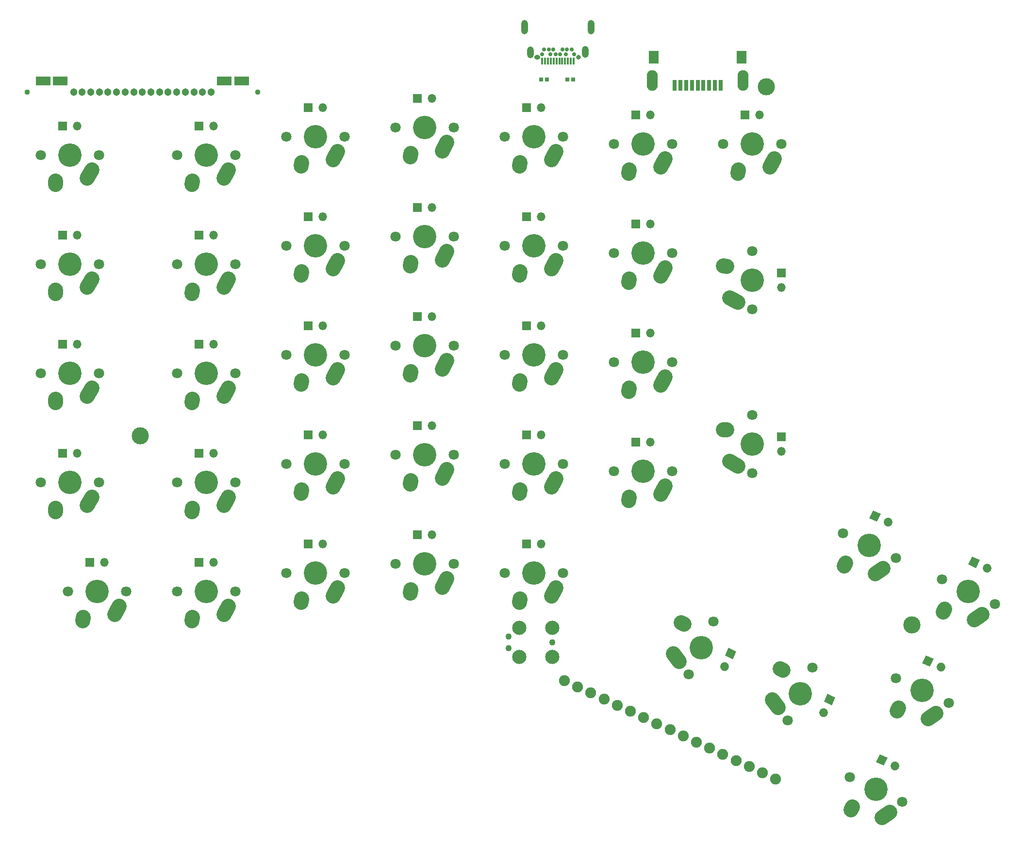
<source format=gts>
G04 #@! TF.FileFunction,Soldermask,Top*
%FSLAX46Y46*%
G04 Gerber Fmt 4.6, Leading zero omitted, Abs format (unit mm)*
G04 Created by KiCad (PCBNEW (2016-03-18 BZR 6629, Git 60d93d0)-product) date 7/17/2016 1:38:49 PM*
%MOMM*%
G01*
G04 APERTURE LIST*
%ADD10C,0.150000*%
%ADD11R,0.701600X0.751600*%
%ADD12C,1.092210*%
%ADD13C,2.476510*%
%ADD14C,1.901600*%
%ADD15O,1.901600X3.601600*%
%ADD16R,0.801600X1.901600*%
%ADD17R,1.741600X2.301600*%
%ADD18C,3.000000*%
%ADD19R,2.501600X1.601600*%
%ADD20C,1.301600*%
%ADD21C,0.951610*%
%ADD22O,1.501600X1.501600*%
%ADD23R,1.501600X1.501600*%
%ADD24C,1.501600*%
%ADD25C,4.089410*%
%ADD26C,1.803410*%
%ADD27C,2.601600*%
%ADD28C,0.801600*%
%ADD29R,0.401600X1.201600*%
%ADD30C,0.701600*%
%ADD31O,1.201600X2.051600*%
%ADD32O,1.201600X2.501600*%
%ADD33O,1.051600X0.801600*%
G04 APERTURE END LIST*
D10*
D11*
X109085000Y-36449000D03*
X108085000Y-36449000D03*
D12*
X109982000Y-134747000D03*
X102362000Y-133731000D03*
X102362000Y-135763000D03*
D13*
X109982000Y-132207000D03*
X104267000Y-132207000D03*
X109982000Y-137287000D03*
X104267000Y-137287000D03*
D14*
X148972174Y-158574603D03*
X146670152Y-157501153D03*
X144368131Y-156427702D03*
X142066109Y-155354252D03*
X139764087Y-154280802D03*
X137462065Y-153207351D03*
X135160044Y-152133901D03*
X132858022Y-151060450D03*
X130556000Y-149987000D03*
X128253978Y-148913550D03*
X125951956Y-147840099D03*
X123649935Y-146766649D03*
X121347913Y-145693198D03*
X119045891Y-144619748D03*
X116743869Y-143546298D03*
X114441848Y-142472847D03*
X112139826Y-141399397D03*
D15*
X127482000Y-36559000D03*
X143282000Y-36559000D03*
D16*
X135382000Y-37459000D03*
X134382000Y-37459000D03*
X133382000Y-37459000D03*
X132382000Y-37459000D03*
X131382000Y-37459000D03*
X136382000Y-37459000D03*
X137382000Y-37459000D03*
X138382000Y-37459000D03*
X139382000Y-37459000D03*
D17*
X127712000Y-32559000D03*
X143052000Y-32559000D03*
D18*
X38100000Y-98679000D03*
X172720000Y-131699000D03*
X147320000Y-37719000D03*
D19*
X21197000Y-36665000D03*
X24197000Y-36665000D03*
D20*
X26497000Y-38615000D03*
X27997000Y-38615000D03*
X29497000Y-38615000D03*
X30997000Y-38615000D03*
X32497000Y-38615000D03*
X33997000Y-38615000D03*
X35497000Y-38615000D03*
X36997000Y-38615000D03*
X38497000Y-38615000D03*
X39997000Y-38615000D03*
X41497000Y-38615000D03*
X42997000Y-38615000D03*
X44497000Y-38615000D03*
X45997000Y-38615000D03*
X47497000Y-38615000D03*
X48997000Y-38615000D03*
X50497000Y-38615000D03*
D19*
X52797000Y-36665000D03*
X55797000Y-36665000D03*
D21*
X58597000Y-38615000D03*
X18397000Y-38615000D03*
D22*
X50927500Y-63573700D03*
D23*
X48387500Y-63573700D03*
D24*
X169794011Y-156334725D02*
X169794011Y-156334725D01*
D10*
G36*
X166494231Y-155624429D02*
X167128835Y-154263517D01*
X168489747Y-154898121D01*
X167855143Y-156259033D01*
X166494231Y-155624429D01*
X166494231Y-155624429D01*
G37*
D22*
X50927500Y-101674000D03*
D23*
X48387500Y-101674000D03*
D22*
X69977000Y-60398700D03*
D23*
X67437000Y-60398700D03*
D22*
X69977000Y-98499000D03*
D23*
X67437000Y-98499000D03*
D22*
X89027000Y-58801000D03*
D23*
X86487000Y-58801000D03*
D22*
X89027000Y-96901000D03*
D23*
X86487000Y-96901000D03*
D22*
X108077000Y-60398700D03*
D23*
X105537000Y-60398700D03*
D22*
X27115000Y-101674000D03*
D23*
X24575000Y-101674000D03*
D22*
X27115000Y-63573700D03*
D23*
X24575000Y-63573700D03*
D24*
X177846011Y-139067725D02*
X177846011Y-139067725D01*
D10*
G36*
X174546231Y-138357429D02*
X175180835Y-136996517D01*
X176541747Y-137631121D01*
X175907143Y-138992033D01*
X174546231Y-138357429D01*
X174546231Y-138357429D01*
G37*
D22*
X127138000Y-80708100D03*
D23*
X124598000Y-80708100D03*
D22*
X108077000Y-98499000D03*
D23*
X105537000Y-98499000D03*
D22*
X108077000Y-79449000D03*
D23*
X105537000Y-79449000D03*
D24*
X157324275Y-147015011D02*
X157324275Y-147015011D01*
D10*
G36*
X158034571Y-143715231D02*
X159395483Y-144349835D01*
X158760879Y-145710747D01*
X157399967Y-145076143D01*
X158034571Y-143715231D01*
X158034571Y-143715231D01*
G37*
D22*
X69977000Y-41348700D03*
D23*
X67437000Y-41348700D03*
D22*
X89027000Y-77851000D03*
D23*
X86487000Y-77851000D03*
D24*
X140060275Y-138964011D02*
X140060275Y-138964011D01*
D10*
G36*
X140770571Y-135664231D02*
X142131483Y-136298835D01*
X141496879Y-137659747D01*
X140135967Y-137025143D01*
X140770571Y-135664231D01*
X140770571Y-135664231D01*
G37*
D22*
X127127000Y-42621200D03*
D23*
X124587000Y-42621200D03*
D22*
X69977000Y-79449000D03*
D23*
X67437000Y-79449000D03*
D22*
X108077000Y-117549000D03*
D23*
X105537000Y-117549000D03*
D22*
X108077000Y-41348700D03*
D23*
X105537000Y-41348700D03*
D22*
X50927500Y-82624000D03*
D23*
X48387500Y-82624000D03*
D22*
X89027000Y-115951000D03*
D23*
X86487000Y-115951000D03*
D22*
X89027000Y-39751000D03*
D23*
X86487000Y-39751000D03*
D22*
X27115000Y-82624000D03*
D23*
X24575000Y-82624000D03*
D22*
X69977000Y-117549000D03*
D23*
X67437000Y-117549000D03*
D22*
X146177000Y-42621200D03*
D23*
X143637000Y-42621200D03*
D24*
X185898011Y-121801725D02*
X185898011Y-121801725D01*
D10*
G36*
X182598231Y-121091429D02*
X183232835Y-119730517D01*
X184593747Y-120365121D01*
X183959143Y-121726033D01*
X182598231Y-121091429D01*
X182598231Y-121091429D01*
G37*
D22*
X50927000Y-120724000D03*
D23*
X48387000Y-120724000D03*
D22*
X50927500Y-44526200D03*
D23*
X48387500Y-44526200D03*
D24*
X168634011Y-113751725D02*
X168634011Y-113751725D01*
D10*
G36*
X165334231Y-113041429D02*
X165968835Y-111680517D01*
X167329747Y-112315121D01*
X166695143Y-113676033D01*
X165334231Y-113041429D01*
X165334231Y-113041429D01*
G37*
D22*
X31877000Y-120724000D03*
D23*
X29337000Y-120724000D03*
D22*
X27115000Y-44526200D03*
D23*
X24575000Y-44526200D03*
D22*
X149987000Y-101356000D03*
D23*
X149987000Y-98816000D03*
D22*
X149987000Y-72781200D03*
D23*
X149987000Y-70241200D03*
D22*
X127127000Y-99769000D03*
D23*
X124587000Y-99769000D03*
D22*
X127127000Y-61668700D03*
D23*
X124587000Y-61668700D03*
D25*
X165334000Y-117820000D03*
D26*
X169938044Y-119966901D03*
X160729956Y-115673099D03*
D27*
X166362059Y-122712853D02*
X167713973Y-121732431D01*
X160885611Y-121350101D02*
X161165915Y-120842331D01*
D25*
X125857000Y-47701200D03*
D26*
X130937000Y-47701200D03*
X120777000Y-47701200D03*
D27*
X128856547Y-51701154D02*
X129667453Y-50241246D01*
X123317276Y-52780528D02*
X123356724Y-52201872D01*
D25*
X68707000Y-65478700D03*
D26*
X73787000Y-65478700D03*
X63627000Y-65478700D03*
D27*
X71706547Y-69478654D02*
X72517453Y-68018746D01*
X66167276Y-70558028D02*
X66206724Y-69979372D01*
D25*
X153258000Y-143718000D03*
D26*
X151111099Y-148322044D03*
X155404901Y-139113956D03*
D27*
X148365147Y-144746059D02*
X149345569Y-146097973D01*
X149727899Y-139269611D02*
X150235669Y-139549915D01*
D25*
X106807000Y-122629000D03*
D26*
X111887000Y-122629000D03*
X101727000Y-122629000D03*
D27*
X109806547Y-126628954D02*
X110617453Y-125169046D01*
X104267276Y-127708328D02*
X104306724Y-127129672D01*
D25*
X87757000Y-121031000D03*
D26*
X92837000Y-121031000D03*
X82677000Y-121031000D03*
D27*
X90756547Y-125030954D02*
X91567453Y-123571046D01*
X85217276Y-126110328D02*
X85256724Y-125531672D01*
D25*
X49657000Y-125804000D03*
D26*
X54737000Y-125804000D03*
X44577000Y-125804000D03*
D27*
X52656547Y-129803954D02*
X53467453Y-128344046D01*
X47117276Y-130883328D02*
X47156724Y-130304672D01*
D25*
X125857000Y-104849000D03*
D26*
X130937000Y-104849000D03*
X120777000Y-104849000D03*
D27*
X128856547Y-108848954D02*
X129667453Y-107389046D01*
X123317276Y-109928328D02*
X123356724Y-109349672D01*
D25*
X106807000Y-103579000D03*
D26*
X111887000Y-103579000D03*
X101727000Y-103579000D03*
D27*
X109806547Y-107578954D02*
X110617453Y-106119046D01*
X104267276Y-108658328D02*
X104306724Y-108079672D01*
D25*
X87757000Y-101981000D03*
D26*
X92837000Y-101981000D03*
X82677000Y-101981000D03*
D27*
X90756547Y-105980954D02*
X91567453Y-104521046D01*
X85217276Y-107060328D02*
X85256724Y-106481672D01*
D25*
X68707000Y-103579000D03*
D26*
X73787000Y-103579000D03*
X63627000Y-103579000D03*
D27*
X71706547Y-107578954D02*
X72517453Y-106119046D01*
X66167276Y-108658328D02*
X66206724Y-108079672D01*
D25*
X49657000Y-106754000D03*
D26*
X54737000Y-106754000D03*
X44577000Y-106754000D03*
D27*
X52656547Y-110753954D02*
X53467453Y-109294046D01*
X47117276Y-111833328D02*
X47156724Y-111254672D01*
D25*
X125868000Y-85788100D03*
D26*
X130948000Y-85788100D03*
X120788000Y-85788100D03*
D27*
X128867547Y-89788054D02*
X129678453Y-88328146D01*
X123328276Y-90867428D02*
X123367724Y-90288772D01*
D25*
X106807000Y-84529000D03*
D26*
X111887000Y-84529000D03*
X101727000Y-84529000D03*
D27*
X109806547Y-88528954D02*
X110617453Y-87069046D01*
X104267276Y-89608328D02*
X104306724Y-89029672D01*
D25*
X87757000Y-82931000D03*
D26*
X92837000Y-82931000D03*
X82677000Y-82931000D03*
D27*
X90756547Y-86930954D02*
X91567453Y-85471046D01*
X85217276Y-88010328D02*
X85256724Y-87431672D01*
D25*
X68707000Y-84529000D03*
D26*
X73787000Y-84529000D03*
X63627000Y-84529000D03*
D27*
X71706547Y-88528954D02*
X72517453Y-87069046D01*
X66167276Y-89608328D02*
X66206724Y-89029672D01*
D25*
X49657000Y-87704000D03*
D26*
X54737000Y-87704000D03*
X44577000Y-87704000D03*
D27*
X52656547Y-91703954D02*
X53467453Y-90244046D01*
X47117276Y-92783328D02*
X47156724Y-92204672D01*
D25*
X106807000Y-65478700D03*
D26*
X111887000Y-65478700D03*
X101727000Y-65478700D03*
D27*
X109806547Y-69478654D02*
X110617453Y-68018746D01*
X104267276Y-70558028D02*
X104306724Y-69979372D01*
D25*
X87757000Y-63881000D03*
D26*
X92837000Y-63881000D03*
X82677000Y-63881000D03*
D27*
X90756547Y-67880954D02*
X91567453Y-66421046D01*
X85217276Y-68960328D02*
X85256724Y-68381672D01*
D25*
X49657000Y-68653700D03*
D26*
X54737000Y-68653700D03*
X44577000Y-68653700D03*
D27*
X52656547Y-72653654D02*
X53467453Y-71193746D01*
X47117276Y-73733028D02*
X47156724Y-73154372D01*
D25*
X68707000Y-122629000D03*
D26*
X73787000Y-122629000D03*
X63627000Y-122629000D03*
D27*
X71706547Y-126628954D02*
X72517453Y-125169046D01*
X66167276Y-127708328D02*
X66206724Y-127129672D01*
D25*
X106807000Y-46428700D03*
D26*
X111887000Y-46428700D03*
X101727000Y-46428700D03*
D27*
X109806547Y-50428654D02*
X110617453Y-48968746D01*
X104267276Y-51508028D02*
X104306724Y-50929372D01*
D25*
X87757000Y-44831000D03*
D26*
X92837000Y-44831000D03*
X82677000Y-44831000D03*
D27*
X90756547Y-48830954D02*
X91567453Y-47371046D01*
X85217276Y-49910328D02*
X85256724Y-49331672D01*
D25*
X68707000Y-46428700D03*
D26*
X73787000Y-46428700D03*
X63627000Y-46428700D03*
D27*
X71706547Y-50428654D02*
X72517453Y-48968746D01*
X66167276Y-51508028D02*
X66206724Y-50929372D01*
D25*
X49657000Y-49606200D03*
D26*
X54737000Y-49606200D03*
X44577000Y-49606200D03*
D27*
X52656547Y-53606154D02*
X53467453Y-52146246D01*
X47117276Y-54685528D02*
X47156724Y-54106872D01*
D25*
X182598000Y-125870000D03*
D26*
X187202044Y-128016901D03*
X177993956Y-123723099D03*
D27*
X183626059Y-130762853D02*
X184977973Y-129782431D01*
X178149611Y-129400101D02*
X178429915Y-128892331D01*
D25*
X166497000Y-160401000D03*
D26*
X171101044Y-162547901D03*
X161892956Y-158254099D03*
D27*
X167525059Y-165293853D02*
X168876973Y-164313431D01*
X162048611Y-163931101D02*
X162328915Y-163423331D01*
D25*
X174549000Y-143134000D03*
D26*
X179153044Y-145280901D03*
X169944956Y-140987099D03*
D27*
X175577059Y-148026853D02*
X176928973Y-147046431D01*
X170100611Y-146664101D02*
X170380915Y-146156331D01*
D25*
X125857000Y-66748700D03*
D26*
X130937000Y-66748700D03*
X120777000Y-66748700D03*
D27*
X128856547Y-70748654D02*
X129667453Y-69288746D01*
X123317276Y-71828028D02*
X123356724Y-71249372D01*
D25*
X30607000Y-125804000D03*
D26*
X35687000Y-125804000D03*
X25527000Y-125804000D03*
D27*
X33606547Y-129803954D02*
X34417453Y-128344046D01*
X28067276Y-130883328D02*
X28106724Y-130304672D01*
D25*
X144907000Y-100086000D03*
D26*
X144907000Y-105166000D03*
X144907000Y-95006000D03*
D27*
X140907046Y-103085547D02*
X142366954Y-103896453D01*
X139827672Y-97546276D02*
X140406328Y-97585724D01*
D25*
X144907000Y-47701200D03*
D26*
X149987000Y-47701200D03*
X139827000Y-47701200D03*
D27*
X147906547Y-51701154D02*
X148717453Y-50241246D01*
X142367276Y-52780528D02*
X142406724Y-52201872D01*
D25*
X144907000Y-71511200D03*
D26*
X144907000Y-76591200D03*
X144907000Y-66431200D03*
D27*
X140907046Y-74510747D02*
X142366954Y-75321653D01*
X139827672Y-68971476D02*
X140406328Y-69010924D01*
D25*
X25845000Y-106754000D03*
D26*
X30925000Y-106754000D03*
X20765000Y-106754000D03*
D27*
X28844547Y-110753954D02*
X29655453Y-109294046D01*
X23305276Y-111833328D02*
X23344724Y-111254672D01*
D25*
X25845000Y-49606200D03*
D26*
X30925000Y-49606200D03*
X20765000Y-49606200D03*
D27*
X28844547Y-53606154D02*
X29655453Y-52146246D01*
X23305276Y-54685528D02*
X23344724Y-54106872D01*
D25*
X25845000Y-68653700D03*
D26*
X30925000Y-68653700D03*
X20765000Y-68653700D03*
D27*
X28844547Y-72653654D02*
X29655453Y-71193746D01*
X23305276Y-73733028D02*
X23344724Y-73154372D01*
D25*
X25845000Y-87704000D03*
D26*
X30925000Y-87704000D03*
X20765000Y-87704000D03*
D27*
X28844547Y-91703954D02*
X29655453Y-90244046D01*
X23305276Y-92783328D02*
X23344724Y-92204672D01*
D25*
X135994000Y-135666000D03*
D26*
X133847099Y-140270044D03*
X138140901Y-131061956D03*
D27*
X131101147Y-136694059D02*
X132081569Y-138045973D01*
X132463899Y-131217611D02*
X132971669Y-131497915D01*
D11*
X112657000Y-36449000D03*
X113657000Y-36449000D03*
D28*
X114598000Y-32537400D03*
D29*
X113748000Y-33197400D03*
X113248000Y-33197400D03*
X112748000Y-33197400D03*
X112248000Y-33197400D03*
X111748000Y-33197400D03*
X111248000Y-33197400D03*
X110748000Y-33197400D03*
X110248000Y-33197400D03*
X109748000Y-33197400D03*
X109248000Y-33197400D03*
X108748000Y-33197400D03*
X108248000Y-33197400D03*
D30*
X108198000Y-31987400D03*
X108598000Y-31187400D03*
X109398000Y-31187400D03*
X109648000Y-31987400D03*
X110198000Y-31187400D03*
X110598000Y-31987400D03*
X111398000Y-31987400D03*
X111798000Y-31187400D03*
X112348000Y-31987400D03*
X112598000Y-31187400D03*
X113398000Y-31187400D03*
X113798000Y-31987400D03*
D31*
X115798000Y-31612400D03*
X106198000Y-31662400D03*
D32*
X116798000Y-27287400D03*
X105198000Y-27287400D03*
D33*
X107398000Y-32537400D03*
M02*

</source>
